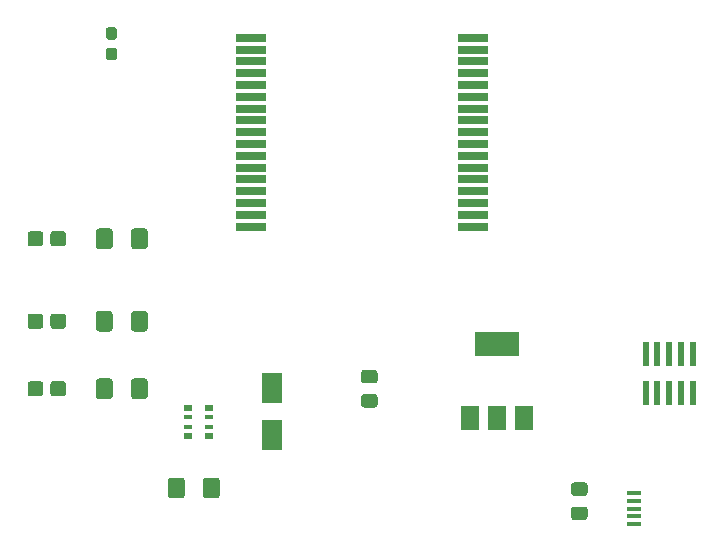
<source format=gbr>
%TF.GenerationSoftware,KiCad,Pcbnew,(5.99.0-3294-g9c46e491e)*%
%TF.CreationDate,2020-11-17T05:13:20-05:00*%
%TF.ProjectId,mobile-tag,6d6f6269-6c65-42d7-9461-672e6b696361,rev?*%
%TF.SameCoordinates,Original*%
%TF.FileFunction,Paste,Top*%
%TF.FilePolarity,Positive*%
%FSLAX46Y46*%
G04 Gerber Fmt 4.6, Leading zero omitted, Abs format (unit mm)*
G04 Created by KiCad (PCBNEW (5.99.0-3294-g9c46e491e)) date 2020-11-17 05:13:20*
%MOMM*%
%LPD*%
G01*
G04 APERTURE LIST*
%ADD10R,1.300000X0.450000*%
%ADD11R,0.800000X0.500000*%
%ADD12R,0.800000X0.400000*%
%ADD13R,1.800000X2.500000*%
%ADD14R,2.540000X0.650000*%
%ADD15R,0.500000X2.000000*%
%ADD16R,1.500000X2.000000*%
%ADD17R,3.800000X2.000000*%
G04 APERTURE END LIST*
%TO.C,D2*%
G36*
G01*
X103785000Y-77235000D02*
X103785000Y-76435000D01*
G75*
G02*
X104035000Y-76185000I250000J0D01*
G01*
X104860000Y-76185000D01*
G75*
G02*
X105110000Y-76435000I0J-250000D01*
G01*
X105110000Y-77235000D01*
G75*
G02*
X104860000Y-77485000I-250000J0D01*
G01*
X104035000Y-77485000D01*
G75*
G02*
X103785000Y-77235000I0J250000D01*
G01*
G37*
G36*
G01*
X105710000Y-77235000D02*
X105710000Y-76435000D01*
G75*
G02*
X105960000Y-76185000I250000J0D01*
G01*
X106785000Y-76185000D01*
G75*
G02*
X107035000Y-76435000I0J-250000D01*
G01*
X107035000Y-77235000D01*
G75*
G02*
X106785000Y-77485000I-250000J0D01*
G01*
X105960000Y-77485000D01*
G75*
G02*
X105710000Y-77235000I0J250000D01*
G01*
G37*
%TD*%
%TO.C,D3*%
G36*
G01*
X103785000Y-71520000D02*
X103785000Y-70720000D01*
G75*
G02*
X104035000Y-70470000I250000J0D01*
G01*
X104860000Y-70470000D01*
G75*
G02*
X105110000Y-70720000I0J-250000D01*
G01*
X105110000Y-71520000D01*
G75*
G02*
X104860000Y-71770000I-250000J0D01*
G01*
X104035000Y-71770000D01*
G75*
G02*
X103785000Y-71520000I0J250000D01*
G01*
G37*
G36*
G01*
X105710000Y-71520000D02*
X105710000Y-70720000D01*
G75*
G02*
X105960000Y-70470000I250000J0D01*
G01*
X106785000Y-70470000D01*
G75*
G02*
X107035000Y-70720000I0J-250000D01*
G01*
X107035000Y-71520000D01*
G75*
G02*
X106785000Y-71770000I-250000J0D01*
G01*
X105960000Y-71770000D01*
G75*
G02*
X105710000Y-71520000I0J250000D01*
G01*
G37*
%TD*%
%TO.C,R2*%
G36*
G01*
X109560000Y-71744999D02*
X109560000Y-70495001D01*
G75*
G02*
X109810001Y-70245000I250001J0D01*
G01*
X110734999Y-70245000D01*
G75*
G02*
X110985000Y-70495001I0J-250001D01*
G01*
X110985000Y-71744999D01*
G75*
G02*
X110734999Y-71995000I-250001J0D01*
G01*
X109810001Y-71995000D01*
G75*
G02*
X109560000Y-71744999I0J250001D01*
G01*
G37*
G36*
G01*
X112535000Y-71744999D02*
X112535000Y-70495001D01*
G75*
G02*
X112785001Y-70245000I250001J0D01*
G01*
X113709999Y-70245000D01*
G75*
G02*
X113960000Y-70495001I0J-250001D01*
G01*
X113960000Y-71744999D01*
G75*
G02*
X113709999Y-71995000I-250001J0D01*
G01*
X112785001Y-71995000D01*
G75*
G02*
X112535000Y-71744999I0J250001D01*
G01*
G37*
%TD*%
%TO.C,R4*%
G36*
G01*
X120056000Y-84615001D02*
X120056000Y-85864999D01*
G75*
G02*
X119805999Y-86115000I-250001J0D01*
G01*
X118881001Y-86115000D01*
G75*
G02*
X118631000Y-85864999I0J250001D01*
G01*
X118631000Y-84615001D01*
G75*
G02*
X118881001Y-84365000I250001J0D01*
G01*
X119805999Y-84365000D01*
G75*
G02*
X120056000Y-84615001I0J-250001D01*
G01*
G37*
G36*
G01*
X117081000Y-84615001D02*
X117081000Y-85864999D01*
G75*
G02*
X116830999Y-86115000I-250001J0D01*
G01*
X115906001Y-86115000D01*
G75*
G02*
X115656000Y-85864999I0J250001D01*
G01*
X115656000Y-84615001D01*
G75*
G02*
X115906001Y-84365000I250001J0D01*
G01*
X116830999Y-84365000D01*
G75*
G02*
X117081000Y-84615001I0J-250001D01*
G01*
G37*
%TD*%
D10*
%TO.C,J2*%
X155153780Y-88293021D03*
X155153780Y-87643021D03*
X155153780Y-86993021D03*
X155153780Y-86343021D03*
X155153780Y-85693021D03*
%TD*%
D11*
%TO.C,RN1*%
X117374000Y-78452000D03*
D12*
X117374000Y-79252000D03*
X117374000Y-80052000D03*
D11*
X117374000Y-80852000D03*
X119174000Y-80852000D03*
D12*
X119174000Y-80052000D03*
X119174000Y-79252000D03*
D11*
X119174000Y-78452000D03*
%TD*%
D13*
%TO.C,D1*%
X124460000Y-76740000D03*
X124460000Y-80740000D03*
%TD*%
%TO.C,R3*%
G36*
G01*
X109560000Y-64759999D02*
X109560000Y-63510001D01*
G75*
G02*
X109810001Y-63260000I250001J0D01*
G01*
X110734999Y-63260000D01*
G75*
G02*
X110985000Y-63510001I0J-250001D01*
G01*
X110985000Y-64759999D01*
G75*
G02*
X110734999Y-65010000I-250001J0D01*
G01*
X109810001Y-65010000D01*
G75*
G02*
X109560000Y-64759999I0J250001D01*
G01*
G37*
G36*
G01*
X112535000Y-64759999D02*
X112535000Y-63510001D01*
G75*
G02*
X112785001Y-63260000I250001J0D01*
G01*
X113709999Y-63260000D01*
G75*
G02*
X113960000Y-63510001I0J-250001D01*
G01*
X113960000Y-64759999D01*
G75*
G02*
X113709999Y-65010000I-250001J0D01*
G01*
X112785001Y-65010000D01*
G75*
G02*
X112535000Y-64759999I0J250001D01*
G01*
G37*
%TD*%
%TO.C,C2*%
G36*
G01*
X132265000Y-75235000D02*
X133165000Y-75235000D01*
G75*
G02*
X133415000Y-75485000I0J-250000D01*
G01*
X133415000Y-76135000D01*
G75*
G02*
X133165000Y-76385000I-250000J0D01*
G01*
X132265000Y-76385000D01*
G75*
G02*
X132015000Y-76135000I0J250000D01*
G01*
X132015000Y-75485000D01*
G75*
G02*
X132265000Y-75235000I250000J0D01*
G01*
G37*
G36*
G01*
X132265000Y-77285000D02*
X133165000Y-77285000D01*
G75*
G02*
X133415000Y-77535000I0J-250000D01*
G01*
X133415000Y-78185000D01*
G75*
G02*
X133165000Y-78435000I-250000J0D01*
G01*
X132265000Y-78435000D01*
G75*
G02*
X132015000Y-78185000I0J250000D01*
G01*
X132015000Y-77535000D01*
G75*
G02*
X132265000Y-77285000I250000J0D01*
G01*
G37*
%TD*%
%TO.C,R1*%
G36*
G01*
X109560000Y-77459999D02*
X109560000Y-76210001D01*
G75*
G02*
X109810001Y-75960000I250001J0D01*
G01*
X110734999Y-75960000D01*
G75*
G02*
X110985000Y-76210001I0J-250001D01*
G01*
X110985000Y-77459999D01*
G75*
G02*
X110734999Y-77710000I-250001J0D01*
G01*
X109810001Y-77710000D01*
G75*
G02*
X109560000Y-77459999I0J250001D01*
G01*
G37*
G36*
G01*
X112535000Y-77459999D02*
X112535000Y-76210001D01*
G75*
G02*
X112785001Y-75960000I250001J0D01*
G01*
X113709999Y-75960000D01*
G75*
G02*
X113960000Y-76210001I0J-250001D01*
G01*
X113960000Y-77459999D01*
G75*
G02*
X113709999Y-77710000I-250001J0D01*
G01*
X112785001Y-77710000D01*
G75*
G02*
X112535000Y-77459999I0J250001D01*
G01*
G37*
%TD*%
%TO.C,D4*%
G36*
G01*
X103785000Y-64535000D02*
X103785000Y-63735000D01*
G75*
G02*
X104035000Y-63485000I250000J0D01*
G01*
X104860000Y-63485000D01*
G75*
G02*
X105110000Y-63735000I0J-250000D01*
G01*
X105110000Y-64535000D01*
G75*
G02*
X104860000Y-64785000I-250000J0D01*
G01*
X104035000Y-64785000D01*
G75*
G02*
X103785000Y-64535000I0J250000D01*
G01*
G37*
G36*
G01*
X105710000Y-64535000D02*
X105710000Y-63735000D01*
G75*
G02*
X105960000Y-63485000I250000J0D01*
G01*
X106785000Y-63485000D01*
G75*
G02*
X107035000Y-63735000I0J-250000D01*
G01*
X107035000Y-64535000D01*
G75*
G02*
X106785000Y-64785000I-250000J0D01*
G01*
X105960000Y-64785000D01*
G75*
G02*
X105710000Y-64535000I0J250000D01*
G01*
G37*
%TD*%
%TO.C,C3*%
G36*
G01*
X111120074Y-49025000D02*
X110645074Y-49025000D01*
G75*
G02*
X110407574Y-48787500I0J237500D01*
G01*
X110407574Y-48212500D01*
G75*
G02*
X110645074Y-47975000I237500J0D01*
G01*
X111120074Y-47975000D01*
G75*
G02*
X111357574Y-48212500I0J-237500D01*
G01*
X111357574Y-48787500D01*
G75*
G02*
X111120074Y-49025000I-237500J0D01*
G01*
G37*
G36*
G01*
X111120074Y-47275000D02*
X110645074Y-47275000D01*
G75*
G02*
X110407574Y-47037500I0J237500D01*
G01*
X110407574Y-46462500D01*
G75*
G02*
X110645074Y-46225000I237500J0D01*
G01*
X111120074Y-46225000D01*
G75*
G02*
X111357574Y-46462500I0J-237500D01*
G01*
X111357574Y-47037500D01*
G75*
G02*
X111120074Y-47275000I-237500J0D01*
G01*
G37*
%TD*%
%TO.C,C1*%
G36*
G01*
X150945000Y-87960000D02*
X150045000Y-87960000D01*
G75*
G02*
X149795000Y-87710000I0J250000D01*
G01*
X149795000Y-87060000D01*
G75*
G02*
X150045000Y-86810000I250000J0D01*
G01*
X150945000Y-86810000D01*
G75*
G02*
X151195000Y-87060000I0J-250000D01*
G01*
X151195000Y-87710000D01*
G75*
G02*
X150945000Y-87960000I-250000J0D01*
G01*
G37*
G36*
G01*
X150945000Y-85910000D02*
X150045000Y-85910000D01*
G75*
G02*
X149795000Y-85660000I0J250000D01*
G01*
X149795000Y-85010000D01*
G75*
G02*
X150045000Y-84760000I250000J0D01*
G01*
X150945000Y-84760000D01*
G75*
G02*
X151195000Y-85010000I0J-250000D01*
G01*
X151195000Y-85660000D01*
G75*
G02*
X150945000Y-85910000I-250000J0D01*
G01*
G37*
%TD*%
D14*
%TO.C,U1*%
X122660000Y-47115000D03*
X122660000Y-48115000D03*
X122660000Y-49115000D03*
X122660000Y-50115000D03*
X122660000Y-51115000D03*
X122660000Y-52115000D03*
X122660000Y-53115000D03*
X122660000Y-54115000D03*
X122660000Y-55115000D03*
X122660000Y-56115000D03*
X122660000Y-57115000D03*
X122660000Y-58115000D03*
X122660000Y-59115000D03*
X122660000Y-60115000D03*
X122660000Y-61115000D03*
X122660000Y-62115000D03*
X122660000Y-63115000D03*
X141500000Y-63115000D03*
X141500000Y-62115000D03*
X141500000Y-61115000D03*
X141500000Y-60115000D03*
X141500000Y-59115000D03*
X141500000Y-58115000D03*
X141500000Y-57115000D03*
X141500000Y-56115000D03*
X141500000Y-55115000D03*
X141500000Y-54115000D03*
X141500000Y-53115000D03*
X141500000Y-52115000D03*
X141500000Y-51115000D03*
X141500000Y-50115000D03*
X141500000Y-49115000D03*
X141500000Y-48115000D03*
X141500000Y-47115000D03*
%TD*%
D15*
%TO.C,J1*%
X156115000Y-77215000D03*
X156115000Y-73915000D03*
X157115000Y-77215000D03*
X157115000Y-73915000D03*
X158115000Y-77215000D03*
X158115000Y-73915000D03*
X159115000Y-77215000D03*
X159115000Y-73915000D03*
X160115000Y-77215000D03*
X160115000Y-73915000D03*
%TD*%
D16*
%TO.C,DC_Converter1*%
X141210000Y-79350000D03*
D17*
X143510000Y-73050000D03*
D16*
X143510000Y-79350000D03*
X145810000Y-79350000D03*
%TD*%
M02*

</source>
